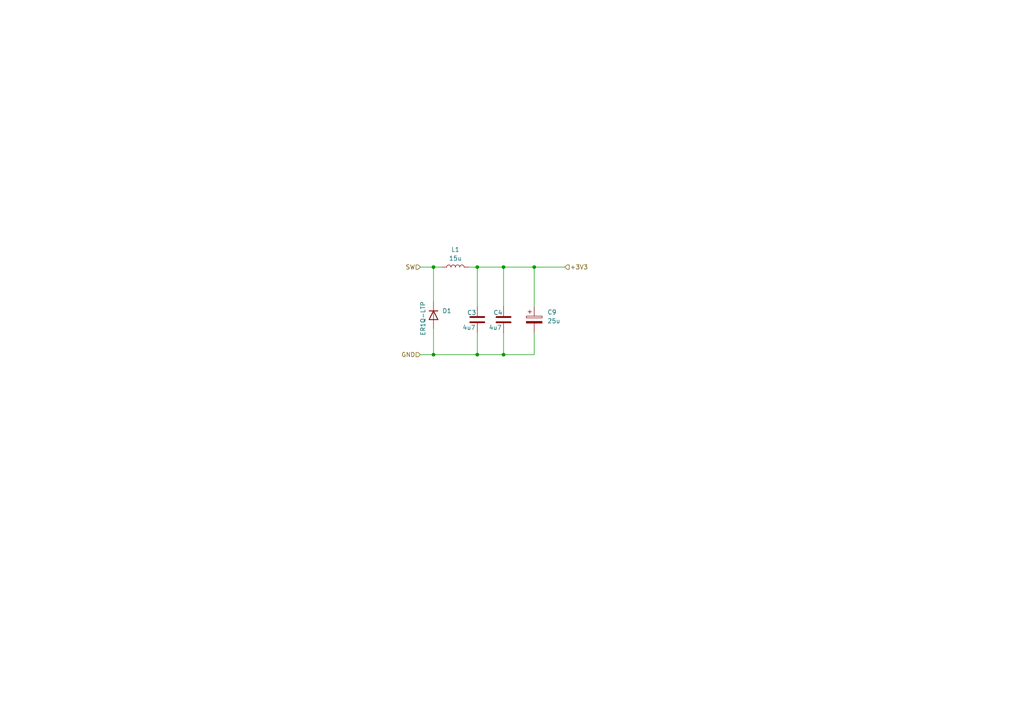
<source format=kicad_sch>
(kicad_sch (version 20250114) (generator "eeschema") (generator_version "9.0")
  (paper "A4")
  (lib_symbols
    (symbol "Device:C" (pin_numbers (hide yes)) (pin_names (offset 0.254))
      (property "Reference" "C" (at 0.635 2.54 0))
      (property "Value" "C" (at 0.635 -2.54 0))
      (symbol "C_0_1"
        (polyline (pts (xy -2.032 0.762) (xy 2.032 0.762)) (stroke (width 0.508)))
        (polyline (pts (xy -2.032 -0.762) (xy 2.032 -0.762)) (stroke (width 0.508)))
      )
      (symbol "C_1_1"
        (pin passive line (at 0 3.81 270) (length 2.794) (name "~") (number "1"))
        (pin passive line (at 0 -3.81 90) (length 2.794) (name "~") (number "2"))
      )
    )
    (symbol "Device:C_Polarized" (pin_numbers (hide yes)) (pin_names (offset 0.254))
      (property "Reference" "C" (at 0.635 2.54 0))
      (property "Value" "C_Polarized" (at 0.635 -2.54 0))
      (symbol "C_Polarized_0_1"
        (rectangle (start -2.286 0.508) (end 2.286 1.016))
        (polyline (pts (xy -1.778 2.286) (xy -0.762 2.286)))
        (polyline (pts (xy -1.27 2.794) (xy -1.27 1.778)))
        (rectangle (start 2.286 -0.508) (end -2.286 -1.016) (fill (type outline)))
      )
      (symbol "C_Polarized_1_1"
        (pin passive line (at 0 3.81 270) (length 2.794) (name "~") (number "1"))
        (pin passive line (at 0 -3.81 90) (length 2.794) (name "~") (number "2"))
      )
    )
    (symbol "Device:D" (pin_numbers (hide yes)) (pin_names (offset 1.016) (hide yes))
      (property "Reference" "D" (at 0 2.54 0))
      (property "Value" "D" (at 0 -2.54 0))
      (symbol "D_0_1"
        (polyline (pts (xy -1.27 1.27) (xy -1.27 -1.27)) (stroke (width 0.254)))
        (polyline (pts (xy 1.27 1.27) (xy 1.27 -1.27) (xy -1.27 0) (xy 1.27 1.27)) (stroke (width 0.254)))
        (polyline (pts (xy 1.27 0) (xy -1.27 0)))
      )
      (symbol "D_1_1"
        (pin passive line (at -3.81 0 0) (length 2.54) (name "K") (number "1"))
        (pin passive line (at 3.81 0 180) (length 2.54) (name "A") (number "2"))
      )
    )
    (symbol "Device:L" (pin_numbers (hide yes)) (pin_names (offset 1.016) (hide yes))
      (property "Reference" "L" (at -1.27 0 90))
      (property "Value" "L" (at 1.905 0 90))
      (symbol "L_0_1"
        (arc (start 0 2.54) (mid 0.6323 1.905) (end 0 1.27))
        (arc (start 0 1.27) (mid 0.6323 0.635) (end 0 0))
        (arc (start 0 0) (mid 0.6323 -0.635) (end 0 -1.27))
        (arc (start 0 -1.27) (mid 0.6323 -1.905) (end 0 -2.54))
      )
      (symbol "L_1_1"
        (pin passive line (at 0 3.81 270) (length 1.27) (name "1") (number "1"))
        (pin passive line (at 0 -3.81 90) (length 1.27) (name "2") (number "2"))
      )
    )
  )
  (junction (at 146.05 77.47))
  (junction (at 146.05 102.87))
  (junction (at 125.73 77.47))
  (junction (at 154.94 77.47))
  (junction (at 138.43 77.47))
  (junction (at 125.73 102.87))
  (junction (at 138.43 102.87))
  (wire (pts (xy 146.05 88.9) (xy 146.05 77.47)))
  (wire (pts (xy 154.94 102.87) (xy 146.05 102.87)))
  (wire (pts (xy 138.43 102.87) (xy 146.05 102.87)))
  (wire (pts (xy 146.05 77.47) (xy 154.94 77.47)))
  (wire (pts (xy 146.05 102.87) (xy 146.05 96.52)))
  (wire (pts (xy 154.94 96.52) (xy 154.94 102.87)))
  (wire (pts (xy 125.73 77.47) (xy 128.27 77.47)))
  (wire (pts (xy 121.92 77.47) (xy 125.73 77.47)))
  (wire (pts (xy 125.73 102.87) (xy 125.73 95.25)))
  (wire (pts (xy 146.05 77.47) (xy 138.43 77.47)))
  (wire (pts (xy 138.43 77.47) (xy 135.89 77.47)))
  (wire (pts (xy 125.73 87.63) (xy 125.73 77.47)))
  (wire (pts (xy 125.73 102.87) (xy 138.43 102.87)))
  (wire (pts (xy 154.94 77.47) (xy 154.94 88.9)))
  (wire (pts (xy 121.92 102.87) (xy 125.73 102.87)))
  (wire (pts (xy 138.43 88.9) (xy 138.43 77.47)))
  (wire (pts (xy 138.43 102.87) (xy 138.43 96.52)))
  (wire (pts (xy 154.94 77.47) (xy 163.83 77.47)))
  (hierarchical_label "SW" (shape input) (at 121.92 77.47 180))
  (hierarchical_label "GND" (shape input) (at 121.92 102.87 180))
  (hierarchical_label "+3V3" (shape input) (at 163.83 77.47 0))
  (symbol (lib_id "Device:C") (at 146.05 92.71 0) (mirror y) (unit 1)
    (property "Reference" "C4" (at 145.796 90.678 0) (effects (justify left)))
    (property "Value" "4u7" (at 145.542 94.996 0) (effects (justify left)))
    (property "Footprint" "Capacitor_SMD:C_0603_1608Metric" (effects (hide yes)))
    (property "Description" "Unpolarized capacitor" (effects (hide yes)))
  )
  (symbol (lib_id "Device:L") (at 132.08 77.47 90) (unit 1)
    (property "Reference" "L1" (at 132.08 72.39 90))
    (property "Value" "15u" (at 132.08 74.93 90))
    (property "Footprint" "Inductor_SMD:L_0603_1608Metric" (effects (hide yes)))
    (property "Description" "Inductor" (effects (hide yes)))
  )
  (symbol (lib_id "Device:C") (at 138.43 92.71 0) (mirror y) (unit 1)
    (property "Reference" "C3" (at 138.176 90.678 0) (effects (justify left)))
    (property "Value" "4u7" (at 137.922 94.996 0) (effects (justify left)))
    (property "Footprint" "Capacitor_SMD:C_0603_1608Metric" (effects (hide yes)))
    (property "Description" "Unpolarized capacitor" (effects (hide yes)))
  )
  (symbol (lib_id "Device:C_Polarized") (at 154.94 92.71 0) (unit 1)
    (property "Reference" "C9" (at 158.75 90.5509 0) (effects (justify left)))
    (property "Value" "25u" (at 158.75 93.0909 0) (effects (justify left)))
    (property "Footprint" "Capacitor_SMD:CP_Elec_5x5.3" (effects (hide yes)))
    (property "Description" "Polarized capacitor" (effects (hide yes)))
  )
  (symbol (lib_id "Device:D") (at 125.73 91.44 270) (unit 1)
    (property "Reference" "D1" (at 128.27 90.1699 90) (effects (justify left)))
    (property "Value" "ER1Q-LTP" (at 122.682 87.376 0) (effects (justify left)))
    (property "Footprint" "Diode_SMD:D_SMB" (effects (hide yes)))
    (property "Description" "Diode" (effects (hide yes)))
    (property "Sim.Device" "D" (effects (hide yes)))
    (property "Sim.Pins" "1=K 2=A" (effects (hide yes)))
  )
)
</source>
